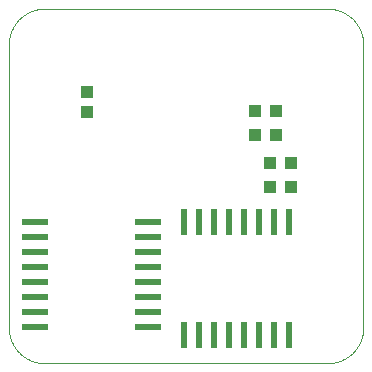
<source format=gtp>
G75*
%MOIN*%
%OFA0B0*%
%FSLAX25Y25*%
%IPPOS*%
%LPD*%
%AMOC8*
5,1,8,0,0,1.08239X$1,22.5*
%
%ADD10C,0.00000*%
%ADD11R,0.03937X0.04331*%
%ADD12R,0.04331X0.03937*%
%ADD13R,0.02362X0.08661*%
%ADD14R,0.08661X0.02362*%
D10*
X0001500Y0013311D02*
X0001500Y0107799D01*
X0001503Y0108084D01*
X0001514Y0108370D01*
X0001531Y0108655D01*
X0001555Y0108939D01*
X0001586Y0109223D01*
X0001624Y0109506D01*
X0001669Y0109787D01*
X0001720Y0110068D01*
X0001778Y0110348D01*
X0001843Y0110626D01*
X0001915Y0110902D01*
X0001993Y0111176D01*
X0002078Y0111449D01*
X0002170Y0111719D01*
X0002268Y0111987D01*
X0002372Y0112253D01*
X0002483Y0112516D01*
X0002600Y0112776D01*
X0002723Y0113034D01*
X0002853Y0113288D01*
X0002989Y0113539D01*
X0003130Y0113787D01*
X0003278Y0114031D01*
X0003431Y0114272D01*
X0003591Y0114508D01*
X0003756Y0114741D01*
X0003926Y0114970D01*
X0004102Y0115195D01*
X0004284Y0115415D01*
X0004470Y0115631D01*
X0004662Y0115842D01*
X0004859Y0116049D01*
X0005061Y0116251D01*
X0005268Y0116448D01*
X0005479Y0116640D01*
X0005695Y0116826D01*
X0005915Y0117008D01*
X0006140Y0117184D01*
X0006369Y0117354D01*
X0006602Y0117519D01*
X0006838Y0117679D01*
X0007079Y0117832D01*
X0007323Y0117980D01*
X0007571Y0118121D01*
X0007822Y0118257D01*
X0008076Y0118387D01*
X0008334Y0118510D01*
X0008594Y0118627D01*
X0008857Y0118738D01*
X0009123Y0118842D01*
X0009391Y0118940D01*
X0009661Y0119032D01*
X0009934Y0119117D01*
X0010208Y0119195D01*
X0010484Y0119267D01*
X0010762Y0119332D01*
X0011042Y0119390D01*
X0011323Y0119441D01*
X0011604Y0119486D01*
X0011887Y0119524D01*
X0012171Y0119555D01*
X0012455Y0119579D01*
X0012740Y0119596D01*
X0013026Y0119607D01*
X0013311Y0119610D01*
X0107799Y0119610D01*
X0108084Y0119607D01*
X0108370Y0119596D01*
X0108655Y0119579D01*
X0108939Y0119555D01*
X0109223Y0119524D01*
X0109506Y0119486D01*
X0109787Y0119441D01*
X0110068Y0119390D01*
X0110348Y0119332D01*
X0110626Y0119267D01*
X0110902Y0119195D01*
X0111176Y0119117D01*
X0111449Y0119032D01*
X0111719Y0118940D01*
X0111987Y0118842D01*
X0112253Y0118738D01*
X0112516Y0118627D01*
X0112776Y0118510D01*
X0113034Y0118387D01*
X0113288Y0118257D01*
X0113539Y0118121D01*
X0113787Y0117980D01*
X0114031Y0117832D01*
X0114272Y0117679D01*
X0114508Y0117519D01*
X0114741Y0117354D01*
X0114970Y0117184D01*
X0115195Y0117008D01*
X0115415Y0116826D01*
X0115631Y0116640D01*
X0115842Y0116448D01*
X0116049Y0116251D01*
X0116251Y0116049D01*
X0116448Y0115842D01*
X0116640Y0115631D01*
X0116826Y0115415D01*
X0117008Y0115195D01*
X0117184Y0114970D01*
X0117354Y0114741D01*
X0117519Y0114508D01*
X0117679Y0114272D01*
X0117832Y0114031D01*
X0117980Y0113787D01*
X0118121Y0113539D01*
X0118257Y0113288D01*
X0118387Y0113034D01*
X0118510Y0112776D01*
X0118627Y0112516D01*
X0118738Y0112253D01*
X0118842Y0111987D01*
X0118940Y0111719D01*
X0119032Y0111449D01*
X0119117Y0111176D01*
X0119195Y0110902D01*
X0119267Y0110626D01*
X0119332Y0110348D01*
X0119390Y0110068D01*
X0119441Y0109787D01*
X0119486Y0109506D01*
X0119524Y0109223D01*
X0119555Y0108939D01*
X0119579Y0108655D01*
X0119596Y0108370D01*
X0119607Y0108084D01*
X0119610Y0107799D01*
X0119610Y0013311D01*
X0119607Y0013026D01*
X0119596Y0012740D01*
X0119579Y0012455D01*
X0119555Y0012171D01*
X0119524Y0011887D01*
X0119486Y0011604D01*
X0119441Y0011323D01*
X0119390Y0011042D01*
X0119332Y0010762D01*
X0119267Y0010484D01*
X0119195Y0010208D01*
X0119117Y0009934D01*
X0119032Y0009661D01*
X0118940Y0009391D01*
X0118842Y0009123D01*
X0118738Y0008857D01*
X0118627Y0008594D01*
X0118510Y0008334D01*
X0118387Y0008076D01*
X0118257Y0007822D01*
X0118121Y0007571D01*
X0117980Y0007323D01*
X0117832Y0007079D01*
X0117679Y0006838D01*
X0117519Y0006602D01*
X0117354Y0006369D01*
X0117184Y0006140D01*
X0117008Y0005915D01*
X0116826Y0005695D01*
X0116640Y0005479D01*
X0116448Y0005268D01*
X0116251Y0005061D01*
X0116049Y0004859D01*
X0115842Y0004662D01*
X0115631Y0004470D01*
X0115415Y0004284D01*
X0115195Y0004102D01*
X0114970Y0003926D01*
X0114741Y0003756D01*
X0114508Y0003591D01*
X0114272Y0003431D01*
X0114031Y0003278D01*
X0113787Y0003130D01*
X0113539Y0002989D01*
X0113288Y0002853D01*
X0113034Y0002723D01*
X0112776Y0002600D01*
X0112516Y0002483D01*
X0112253Y0002372D01*
X0111987Y0002268D01*
X0111719Y0002170D01*
X0111449Y0002078D01*
X0111176Y0001993D01*
X0110902Y0001915D01*
X0110626Y0001843D01*
X0110348Y0001778D01*
X0110068Y0001720D01*
X0109787Y0001669D01*
X0109506Y0001624D01*
X0109223Y0001586D01*
X0108939Y0001555D01*
X0108655Y0001531D01*
X0108370Y0001514D01*
X0108084Y0001503D01*
X0107799Y0001500D01*
X0013311Y0001500D01*
X0013026Y0001503D01*
X0012740Y0001514D01*
X0012455Y0001531D01*
X0012171Y0001555D01*
X0011887Y0001586D01*
X0011604Y0001624D01*
X0011323Y0001669D01*
X0011042Y0001720D01*
X0010762Y0001778D01*
X0010484Y0001843D01*
X0010208Y0001915D01*
X0009934Y0001993D01*
X0009661Y0002078D01*
X0009391Y0002170D01*
X0009123Y0002268D01*
X0008857Y0002372D01*
X0008594Y0002483D01*
X0008334Y0002600D01*
X0008076Y0002723D01*
X0007822Y0002853D01*
X0007571Y0002989D01*
X0007323Y0003130D01*
X0007079Y0003278D01*
X0006838Y0003431D01*
X0006602Y0003591D01*
X0006369Y0003756D01*
X0006140Y0003926D01*
X0005915Y0004102D01*
X0005695Y0004284D01*
X0005479Y0004470D01*
X0005268Y0004662D01*
X0005061Y0004859D01*
X0004859Y0005061D01*
X0004662Y0005268D01*
X0004470Y0005479D01*
X0004284Y0005695D01*
X0004102Y0005915D01*
X0003926Y0006140D01*
X0003756Y0006369D01*
X0003591Y0006602D01*
X0003431Y0006838D01*
X0003278Y0007079D01*
X0003130Y0007323D01*
X0002989Y0007571D01*
X0002853Y0007822D01*
X0002723Y0008076D01*
X0002600Y0008334D01*
X0002483Y0008594D01*
X0002372Y0008857D01*
X0002268Y0009123D01*
X0002170Y0009391D01*
X0002078Y0009661D01*
X0001993Y0009934D01*
X0001915Y0010208D01*
X0001843Y0010484D01*
X0001778Y0010762D01*
X0001720Y0011042D01*
X0001669Y0011323D01*
X0001624Y0011604D01*
X0001586Y0011887D01*
X0001555Y0012171D01*
X0001531Y0012455D01*
X0001514Y0012740D01*
X0001503Y0013026D01*
X0001500Y0013311D01*
D11*
X0027681Y0085161D03*
X0027681Y0091854D03*
X0083705Y0085673D03*
X0090398Y0085673D03*
X0088705Y0060161D03*
X0095398Y0060161D03*
D12*
X0095398Y0068232D03*
X0088705Y0068232D03*
X0090398Y0077563D03*
X0083705Y0077563D03*
D13*
X0084787Y0048646D03*
X0089787Y0048646D03*
X0094787Y0048646D03*
X0079787Y0048646D03*
X0074787Y0048646D03*
X0069787Y0048646D03*
X0064787Y0048646D03*
X0059787Y0048646D03*
X0059787Y0010949D03*
X0064787Y0010949D03*
X0069787Y0010949D03*
X0074787Y0010949D03*
X0079787Y0010949D03*
X0084787Y0010949D03*
X0089787Y0010949D03*
X0094787Y0010949D03*
D14*
X0047858Y0013528D03*
X0047858Y0018528D03*
X0047858Y0023528D03*
X0047858Y0028528D03*
X0047858Y0033528D03*
X0047858Y0038528D03*
X0047858Y0043528D03*
X0047858Y0048528D03*
X0010161Y0048528D03*
X0010161Y0043528D03*
X0010161Y0038528D03*
X0010161Y0033528D03*
X0010161Y0028528D03*
X0010161Y0023528D03*
X0010161Y0018528D03*
X0010161Y0013528D03*
M02*

</source>
